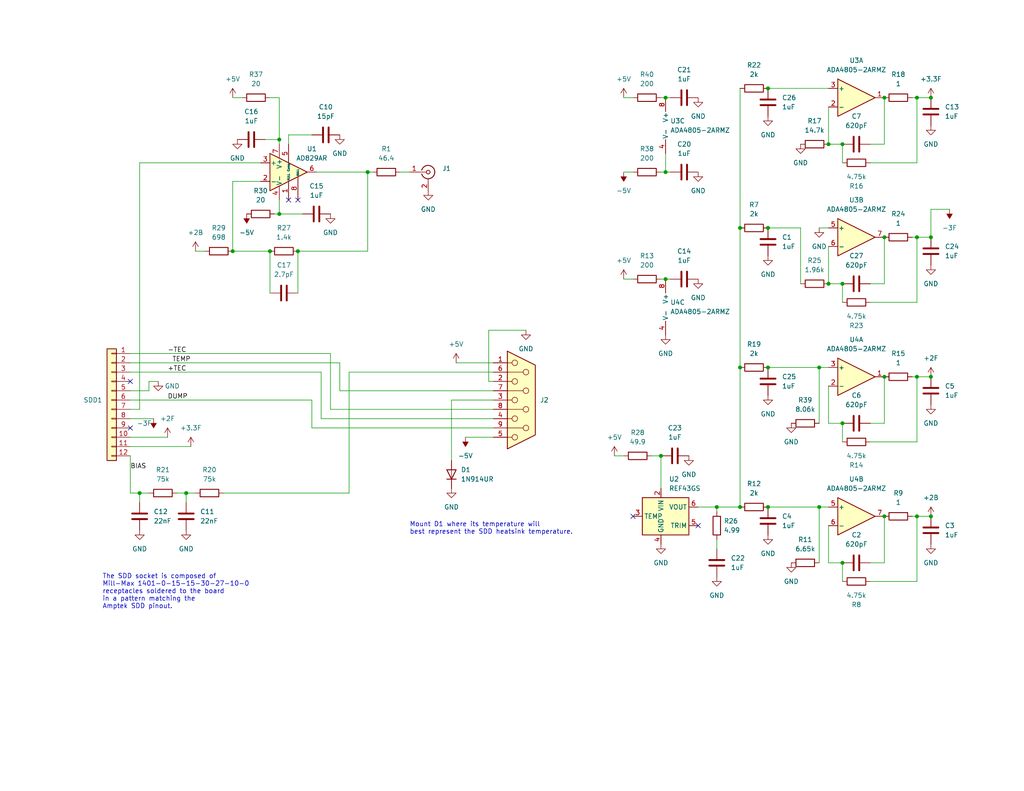
<source format=kicad_sch>
(kicad_sch (version 20230121) (generator eeschema)
  (paper "USLetter")
  (title_block (title "QuERI Focal Plane Module") (date "2024-02-08") (rev "0.1") (company "Noqsi Aerospace Ltd"))
  (lib_symbols
    (symbol "Connector:Conn_Coaxial" (pin_names (offset 1.016) hide)
      (property "Reference" "J" (at 0.254 3.048 0))
      (property "Value" "Conn_Coaxial" (at 2.921 0 90))
      (symbol "Conn_Coaxial_0_1"
        (arc (start -1.778 -0.508) (mid 0.2311 -1.8066) (end 1.778 0) (stroke (width 0.254)))
        (polyline (pts (xy -2.54 0) (xy -0.508 0)))
        (polyline (pts (xy 0 -2.54) (xy 0 -1.778)))
        (circle (center 0 0) (radius 0.508) (stroke (width 0.2032)))
        (arc (start 1.778 0) (mid 0.2099 1.8101) (end -1.778 0.508) (stroke (width 0.254)))
      )
      (symbol "Conn_Coaxial_1_1"
        (pin passive line (at -5.08 0 0) (length 2.54) (name "In") (number "1"))
        (pin passive line (at 0 -5.08 90) (length 2.54) (name "Ext") (number "2"))
      )
    )
    (symbol "Connector:DE9_Receptacle" (pin_names (offset 1.016) hide)
      (property "Reference" "J" (at 0 13.97 0))
      (property "Value" "DE9_Receptacle" (at 0 -14.605 0))
      (symbol "DE9_Receptacle_0_1"
        (circle (center -1.778 -10.16) (radius 0.762))
        (circle (center -1.778 -5.08) (radius 0.762))
        (circle (center -1.778 0) (radius 0.762))
        (circle (center -1.778 5.08) (radius 0.762))
        (circle (center -1.778 10.16) (radius 0.762))
        (polyline (pts (xy -3.81 -10.16) (xy -2.54 -10.16)))
        (polyline (pts (xy -3.81 -7.62) (xy 0.508 -7.62)))
        (polyline (pts (xy -3.81 -5.08) (xy -2.54 -5.08)))
        (polyline (pts (xy -3.81 -2.54) (xy 0.508 -2.54)))
        (polyline (pts (xy -3.81 0) (xy -2.54 0)))
        (polyline (pts (xy -3.81 2.54) (xy 0.508 2.54)))
        (polyline (pts (xy -3.81 5.08) (xy -2.54 5.08)))
        (polyline (pts (xy -3.81 7.62) (xy 0.508 7.62)))
        (polyline (pts (xy -3.81 10.16) (xy -2.54 10.16)))
        (polyline (pts (xy -3.81 13.335) (xy -3.81 -13.335) (xy 3.81 -9.525) (xy 3.81 9.525) (xy -3.81 13.335)) (stroke (width 0.254)) (fill (type background)))
        (circle (center 1.27 -7.62) (radius 0.762))
        (circle (center 1.27 -2.54) (radius 0.762))
        (circle (center 1.27 2.54) (radius 0.762))
        (circle (center 1.27 7.62) (radius 0.762))
      )
      (symbol "DE9_Receptacle_1_1"
        (pin passive line (at -7.62 10.16 0) (length 3.81) (name "1") (number "1"))
        (pin passive line (at -7.62 5.08 0) (length 3.81) (name "2") (number "2"))
        (pin passive line (at -7.62 0 0) (length 3.81) (name "3") (number "3"))
        (pin passive line (at -7.62 -5.08 0) (length 3.81) (name "4") (number "4"))
        (pin passive line (at -7.62 -10.16 0) (length 3.81) (name "5") (number "5"))
        (pin passive line (at -7.62 7.62 0) (length 3.81) (name "6") (number "6"))
        (pin passive line (at -7.62 2.54 0) (length 3.81) (name "7") (number "7"))
        (pin passive line (at -7.62 -2.54 0) (length 3.81) (name "8") (number "8"))
        (pin passive line (at -7.62 -7.62 0) (length 3.81) (name "9") (number "9"))
      )
    )
    (symbol "Connector_Generic:Conn_01x12" (pin_names (offset 1.016) hide)
      (property "Reference" "J" (at 0 15.24 0))
      (property "Value" "Conn_01x12" (at 0 -17.78 0))
      (symbol "Conn_01x12_1_1"
        (rectangle (start -1.27 -15.113) (end 0 -15.367) (stroke (width 0.1524)))
        (rectangle (start -1.27 -12.573) (end 0 -12.827) (stroke (width 0.1524)))
        (rectangle (start -1.27 -10.033) (end 0 -10.287) (stroke (width 0.1524)))
        (rectangle (start -1.27 -7.493) (end 0 -7.747) (stroke (width 0.1524)))
        (rectangle (start -1.27 -4.953) (end 0 -5.207) (stroke (width 0.1524)))
        (rectangle (start -1.27 -2.413) (end 0 -2.667) (stroke (width 0.1524)))
        (rectangle (start -1.27 0.127) (end 0 -0.127) (stroke (width 0.1524)))
        (rectangle (start -1.27 2.667) (end 0 2.413) (stroke (width 0.1524)))
        (rectangle (start -1.27 5.207) (end 0 4.953) (stroke (width 0.1524)))
        (rectangle (start -1.27 7.747) (end 0 7.493) (stroke (width 0.1524)))
        (rectangle (start -1.27 10.287) (end 0 10.033) (stroke (width 0.1524)))
        (rectangle (start -1.27 12.827) (end 0 12.573) (stroke (width 0.1524)))
        (rectangle (start -1.27 13.97) (end 1.27 -16.51) (stroke (width 0.254)) (fill (type background)))
        (pin passive line (at -5.08 12.7 0) (length 3.81) (name "Pin_1") (number "1"))
        (pin passive line (at -5.08 -10.16 0) (length 3.81) (name "Pin_10") (number "10"))
        (pin passive line (at -5.08 -12.7 0) (length 3.81) (name "Pin_11") (number "11"))
        (pin passive line (at -5.08 -15.24 0) (length 3.81) (name "Pin_12") (number "12"))
        (pin passive line (at -5.08 10.16 0) (length 3.81) (name "Pin_2") (number "2"))
        (pin passive line (at -5.08 7.62 0) (length 3.81) (name "Pin_3") (number "3"))
        (pin passive line (at -5.08 5.08 0) (length 3.81) (name "Pin_4") (number "4"))
        (pin passive line (at -5.08 2.54 0) (length 3.81) (name "Pin_5") (number "5"))
        (pin passive line (at -5.08 0 0) (length 3.81) (name "Pin_6") (number "6"))
        (pin passive line (at -5.08 -2.54 0) (length 3.81) (name "Pin_7") (number "7"))
        (pin passive line (at -5.08 -5.08 0) (length 3.81) (name "Pin_8") (number "8"))
        (pin passive line (at -5.08 -7.62 0) (length 3.81) (name "Pin_9") (number "9"))
      )
    )
    (symbol "QuERI_symbols:+2B" (power) (pin_names (offset 0))
      (property "Value" "+2B" (at 0 3.556 0))
      (symbol "+2B_0_1"
        (polyline (pts (xy -0.762 1.27) (xy 0 2.54)))
        (polyline (pts (xy 0 0) (xy 0 2.54)))
        (polyline (pts (xy 0 2.54) (xy 0.762 1.27)))
      )
      (symbol "+2B_1_1"
        (pin power_in line (at 0 0 90) (length 0) hide (name "+2B") (number "1"))
      )
    )
    (symbol "QuERI_symbols:+2F" (power) (pin_names (offset 0))
      (property "Value" "+2F" (at 0 3.556 0))
      (symbol "+2F_0_1"
        (polyline (pts (xy -0.762 1.27) (xy 0 2.54)))
        (polyline (pts (xy 0 0) (xy 0 2.54)))
        (polyline (pts (xy 0 2.54) (xy 0.762 1.27)))
      )
      (symbol "+2F_1_1"
        (pin power_in line (at 0 0 90) (length 0) hide (name "+2F") (number "1"))
      )
    )
    (symbol "QuERI_symbols:+3.3F" (power) (pin_names (offset 0))
      (property "Value" "+3.3F" (at 0 3.556 0))
      (symbol "+3.3F_0_1"
        (polyline (pts (xy -0.762 1.27) (xy 0 2.54)))
        (polyline (pts (xy 0 0) (xy 0 2.54)))
        (polyline (pts (xy 0 2.54) (xy 0.762 1.27)))
      )
      (symbol "+3.3F_1_1"
        (pin power_in line (at 0 0 90) (length 0) hide (name "+3.3F") (number "1"))
      )
    )
    (symbol "QuERI_symbols:-3F" (power) (pin_names (offset 0))
      (property "Value" "-3F" (at 0 3.81 0))
      (symbol "-3F_0_1"
        (polyline (pts (xy 0 0) (xy 0 1.27) (xy 0.762 1.27) (xy 0 2.54) (xy -0.762 1.27) (xy 0 1.27)) (fill (type outline)))
      )
      (symbol "-3F_1_0"
        (pin power_in line (at 0 0 90) (length 0) hide (name "-3F") (number "1"))
      )
    )
    (symbol "QuERI_symbols:1N914UR" (pin_numbers hide) (pin_names hide)
      (property "Reference" "D" (at 0 2.54 0))
      (property "Value" "1N914UR" (at 0 -2.54 0))
      (symbol "1N914UR_0_1"
        (polyline (pts (xy -1.27 1.27) (xy -1.27 -1.27)) (stroke (width 0.254)))
        (polyline (pts (xy 1.27 0) (xy -1.27 0)))
        (polyline (pts (xy 1.27 1.27) (xy 1.27 -1.27) (xy -1.27 0) (xy 1.27 1.27)) (stroke (width 0.254)))
      )
      (symbol "1N914UR_1_1"
        (pin passive line (at -3.81 0 0) (length 2.54) (name "K") (number "1"))
        (pin passive line (at 3.81 0 180) (length 2.54) (name "A") (number "2"))
      )
    )
    (symbol "QuERI_symbols:AD829AR" (pin_names (offset 0.127))
      (property "Reference" "U" (at 1.27 6.35 0))
      (property "Value" "AD829AR" (at 1.27 3.81 0))
      (symbol "AD829AR_0_1"
        (polyline (pts (xy -5.08 5.08) (xy 5.08 0) (xy -5.08 -5.08) (xy -5.08 5.08)) (stroke (width 0.254)) (fill (type background)))
      )
      (symbol "AD829AR_1_1"
        (pin input line (at 0 -7.62 90) (length 5.08) (name "NULL") (number "1"))
        (pin input line (at -7.62 -2.54 0) (length 2.54) (name "-") (number "2"))
        (pin input line (at -7.62 2.54 0) (length 2.54) (name "+") (number "3"))
        (pin power_in line (at -2.54 -7.62 90) (length 3.81) (name "V-") (number "4"))
        (pin passive line (at 0 7.62 270) (length 5.08) (name "Comp") (number "5"))
        (pin output line (at 7.62 0 180) (length 2.54) (name "~") (number "6"))
        (pin power_in line (at -2.54 7.62 270) (length 3.81) (name "V+") (number "7"))
        (pin input line (at 2.54 -7.62 90) (length 6.35) (name "NULL") (number "8"))
      )
    )
    (symbol "QuERI_symbols:ADA4805-2ARMZ" (pin_names (offset 0.127))
      (property "Reference" "U" (at 0 5.08 0))
      (property "Value" "ADA4805-2ARMZ" (at 0 -5.08 0))
      (symbol "ADA4805-2ARMZ_1_1"
        (polyline (pts (xy -5.08 5.08) (xy 5.08 0) (xy -5.08 -5.08) (xy -5.08 5.08)) (stroke (width 0.254)) (fill (type background)))
        (pin output line (at 7.62 0 180) (length 2.54) (name "~") (number "1"))
        (pin input line (at -7.62 -2.54 0) (length 2.54) (name "-") (number "2"))
        (pin input line (at -7.62 2.54 0) (length 2.54) (name "+") (number "3"))
      )
      (symbol "ADA4805-2ARMZ_2_1"
        (polyline (pts (xy -5.08 5.08) (xy 5.08 0) (xy -5.08 -5.08) (xy -5.08 5.08)) (stroke (width 0.254)) (fill (type background)))
        (pin input line (at -7.62 2.54 0) (length 2.54) (name "+") (number "5"))
        (pin input line (at -7.62 -2.54 0) (length 2.54) (name "-") (number "6"))
        (pin output line (at 7.62 0 180) (length 2.54) (name "~") (number "7"))
      )
      (symbol "ADA4805-2ARMZ_3_1"
        (pin power_in line (at -2.54 -7.62 90) (length 3.81) (name "V-") (number "4"))
        (pin power_in line (at -2.54 7.62 270) (length 3.81) (name "V+") (number "8"))
      )
    )
    (symbol "QuERI_symbols:C" (pin_numbers hide) (pin_names (offset 0.254))
      (property "Reference" "C" (at 0.635 2.54 0))
      (property "Value" "1uF" (at 0.635 -2.54 0))
      (symbol "C_0_1"
        (polyline (pts (xy -2.032 -0.762) (xy 2.032 -0.762)) (stroke (width 0.508)))
        (polyline (pts (xy -2.032 0.762) (xy 2.032 0.762)) (stroke (width 0.508)))
      )
      (symbol "C_1_1"
        (pin passive line (at 0 3.81 270) (length 2.794) (name "~") (number "1"))
        (pin passive line (at 0 -3.81 90) (length 2.794) (name "~") (number "2"))
      )
    )
    (symbol "QuERI_symbols:Chv" (pin_numbers hide) (pin_names (offset 0.254))
      (property "Reference" "C" (at 0.635 2.54 0))
      (property "Value" "22nF" (at 0.635 -2.54 0))
      (symbol "Chv_0_1"
        (polyline (pts (xy -2.032 -0.762) (xy 2.032 -0.762)) (stroke (width 0.508)))
        (polyline (pts (xy -2.032 0.762) (xy 2.032 0.762)) (stroke (width 0.508)))
      )
      (symbol "Chv_1_1"
        (pin passive line (at 0 3.81 270) (length 2.794) (name "~") (number "1"))
        (pin passive line (at 0 -3.81 90) (length 2.794) (name "~") (number "2"))
      )
    )
    (symbol "QuERI_symbols:Csmall" (pin_numbers hide) (pin_names (offset 0.254))
      (property "Reference" "C" (at 0.635 2.54 0))
      (property "Value" "Csmall" (at 0.635 -2.54 0))
      (symbol "Csmall_0_1"
        (polyline (pts (xy -2.032 -0.762) (xy 2.032 -0.762)) (stroke (width 0.508)))
        (polyline (pts (xy -2.032 0.762) (xy 2.032 0.762)) (stroke (width 0.508)))
      )
      (symbol "Csmall_1_1"
        (pin passive line (at 0 3.81 270) (length 2.794) (name "~") (number "1"))
        (pin passive line (at 0 -3.81 90) (length 2.794) (name "~") (number "2"))
      )
    )
    (symbol "QuERI_symbols:REF43GS"
      (property "Reference" "U" (at 1.905 8.255 0))
      (property "Value" "REF43GS" (at 0.635 6.35 0))
      (symbol "REF43GS_0_1"
        (rectangle (start -5.08 5.08) (end 7.62 -5.08) (stroke (width 0.254)) (fill (type background)))
      )
      (symbol "REF43GS_1_1"
        (pin no_connect line (at 2.54 -5.08 90) (length 2.54) hide (name "NC") (number "1"))
        (pin power_in line (at 0 7.62 270) (length 2.54) (name "VIN") (number "2"))
        (pin passive line (at -7.62 0 0) (length 2.54) (name "TEMP") (number "3"))
        (pin power_in line (at 0 -7.62 90) (length 2.54) (name "GND") (number "4"))
        (pin passive line (at 10.16 -2.54 180) (length 2.54) (name "TRIM") (number "5"))
        (pin power_out line (at 10.16 2.54 180) (length 2.54) (name "VOUT") (number "6"))
        (pin no_connect line (at -2.54 -5.08 90) (length 2.54) hide (name "NC") (number "7"))
        (pin no_connect line (at 7.62 0 180) (length 2.54) hide (name "NC") (number "8"))
      )
    )
    (symbol "QuERI_symbols:Rlowp" (pin_numbers hide) (pin_names (offset 0))
      (property "Reference" "R" (at 2.032 0 90))
      (property "Value" "Rlowp" (at 0 0 90))
      (symbol "Rlowp_0_1"
        (rectangle (start -1.016 -2.54) (end 1.016 2.54) (stroke (width 0.254)))
      )
      (symbol "Rlowp_1_1"
        (pin passive line (at 0 3.81 270) (length 1.27) (name "~") (number "1"))
        (pin passive line (at 0 -3.81 90) (length 1.27) (name "~") (number "2"))
      )
    )
    (symbol "power:+5V" (power) (pin_names (offset 0))
      (property "Value" "+5V" (at 0 3.556 0))
      (symbol "+5V_0_1"
        (polyline (pts (xy -0.762 1.27) (xy 0 2.54)))
        (polyline (pts (xy 0 0) (xy 0 2.54)))
        (polyline (pts (xy 0 2.54) (xy 0.762 1.27)))
      )
      (symbol "+5V_1_1"
        (pin power_in line (at 0 0 90) (length 0) hide (name "+5V") (number "1"))
      )
    )
    (symbol "power:-5V" (power) (pin_names (offset 0))
      (property "Value" "-5V" (at 0 3.81 0))
      (symbol "-5V_0_0"
        (pin power_in line (at 0 0 90) (length 0) hide (name "-5V") (number "1"))
      )
      (symbol "-5V_0_1"
        (polyline (pts (xy 0 0) (xy 0 1.27) (xy 0.762 1.27) (xy 0 2.54) (xy -0.762 1.27) (xy 0 1.27)) (fill (type outline)))
      )
    )
    (symbol "power:GND" (power) (pin_names (offset 0))
      (property "Value" "GND" (at 0 -3.81 0))
      (symbol "GND_0_1"
        (polyline (pts (xy 0 0) (xy 0 -1.27) (xy 1.27 -1.27) (xy 0 -2.54) (xy -1.27 -1.27) (xy 0 -1.27)))
      )
      (symbol "GND_1_1"
        (pin power_in line (at 0 0 270) (length 0) hide (name "GND") (number "1"))
      )
    )
  )
  (junction (at 50.8 134.62))
  (junction (at 223.52 100.33))
  (junction (at 223.52 138.43))
  (junction (at 209.55 100.33))
  (junction (at 250.19 26.67))
  (junction (at 254 102.87))
  (junction (at 100.33 46.99))
  (junction (at 229.87 153.67))
  (junction (at 241.3 140.97))
  (junction (at 209.55 138.43))
  (junction (at 241.3 64.77))
  (junction (at 254 64.77))
  (junction (at 241.3 26.67))
  (junction (at 73.66 68.58))
  (junction (at 76.2 58.42))
  (junction (at 226.06 39.37))
  (junction (at 195.58 138.43))
  (junction (at 38.1 134.62))
  (junction (at 229.87 115.57))
  (junction (at 250.19 102.87))
  (junction (at 250.19 140.97))
  (junction (at 254 140.97))
  (junction (at 226.06 77.47))
  (junction (at 180.34 124.46))
  (junction (at 254 26.67))
  (junction (at 81.28 68.58))
  (junction (at 181.61 46.99))
  (junction (at 229.87 39.37))
  (junction (at 201.93 62.23))
  (junction (at 250.19 64.77))
  (junction (at 181.61 26.67))
  (junction (at 229.87 77.47))
  (junction (at 76.2 38.1))
  (junction (at 209.55 24.13))
  (junction (at 241.3 102.87))
  (junction (at 63.5 68.58))
  (junction (at 201.93 100.33))
  (junction (at 181.61 76.2))
  (junction (at 209.55 62.23))
  (junction (at 201.93 138.43))
  (no_connect (at 35.56 116.84))
  (no_connect (at 172.72 140.97))
  (no_connect (at 190.5 143.51))
  (no_connect (at 78.74 54.61))
  (no_connect (at 35.56 104.14))
  (no_connect (at 81.28 54.61))
  (wire (pts (xy 180.34 124.46) (xy 180.34 133.35)))
  (wire (pts (xy 81.28 68.58) (xy 100.33 68.58)))
  (wire (pts (xy 250.19 140.97) (xy 250.19 158.75)))
  (wire (pts (xy 241.3 26.67) (xy 241.3 39.37)))
  (wire (pts (xy 226.06 77.47) (xy 229.87 77.47)))
  (wire (pts (xy 254 64.77) (xy 250.19 64.77)))
  (wire (pts (xy 181.61 41.91) (xy 181.61 46.99)))
  (wire (pts (xy 241.3 115.57) (xy 237.49 115.57)))
  (wire (pts (xy 241.3 39.37) (xy 237.49 39.37)))
  (wire (pts (xy 53.34 68.58) (xy 55.88 68.58)))
  (wire (pts (xy 134.62 104.14) (xy 133.35 104.14)))
  (wire (pts (xy 241.3 140.97) (xy 241.3 153.67)))
  (wire (pts (xy 63.5 26.67) (xy 66.04 26.67)))
  (wire (pts (xy 254 102.87) (xy 250.19 102.87)))
  (wire (pts (xy 229.87 39.37) (xy 229.87 44.45)))
  (wire (pts (xy 223.52 100.33) (xy 226.06 100.33)))
  (wire (pts (xy 133.35 104.14) (xy 133.35 90.17)))
  (wire (pts (xy 35.56 134.62) (xy 38.1 134.62)))
  (wire (pts (xy 226.06 105.41) (xy 226.06 115.57)))
  (wire (pts (xy 226.06 153.67) (xy 229.87 153.67)))
  (wire (pts (xy 250.19 158.75) (xy 237.49 158.75)))
  (wire (pts (xy 223.52 138.43) (xy 226.06 138.43)))
  (wire (pts (xy 134.62 116.84) (xy 85.09 116.84)))
  (wire (pts (xy 181.61 46.99) (xy 182.88 46.99)))
  (wire (pts (xy 223.52 62.23) (xy 226.06 62.23)))
  (wire (pts (xy 250.19 44.45) (xy 237.49 44.45)))
  (wire (pts (xy 195.58 138.43) (xy 201.93 138.43)))
  (wire (pts (xy 170.18 26.67) (xy 172.72 26.67)))
  (wire (pts (xy 223.52 153.67) (xy 223.52 138.43)))
  (wire (pts (xy 226.06 115.57) (xy 229.87 115.57)))
  (wire (pts (xy 134.62 114.3) (xy 87.63 114.3)))
  (wire (pts (xy 248.92 140.97) (xy 250.19 140.97)))
  (wire (pts (xy 127 119.38) (xy 134.62 119.38)))
  (wire (pts (xy 250.19 102.87) (xy 248.92 102.87)))
  (wire (pts (xy 87.63 101.6) (xy 35.56 101.6)))
  (wire (pts (xy 226.06 29.21) (xy 226.06 39.37)))
  (wire (pts (xy 73.66 26.67) (xy 76.2 26.67)))
  (wire (pts (xy 38.1 134.62) (xy 38.1 137.16)))
  (wire (pts (xy 241.3 153.67) (xy 237.49 153.67)))
  (wire (pts (xy 182.88 76.2) (xy 181.61 76.2)))
  (wire (pts (xy 76.2 38.1) (xy 76.2 39.37)))
  (wire (pts (xy 78.74 36.83) (xy 85.09 36.83)))
  (wire (pts (xy 90.17 111.76) (xy 90.17 96.52)))
  (wire (pts (xy 63.5 49.53) (xy 63.5 68.58)))
  (wire (pts (xy 209.55 24.13) (xy 226.06 24.13)))
  (wire (pts (xy 241.3 102.87) (xy 241.3 115.57)))
  (wire (pts (xy 201.93 100.33) (xy 201.93 138.43)))
  (wire (pts (xy 250.19 26.67) (xy 248.92 26.67)))
  (wire (pts (xy 180.34 26.67) (xy 181.61 26.67)))
  (wire (pts (xy 250.19 102.87) (xy 250.19 120.65)))
  (wire (pts (xy 134.62 101.6) (xy 95.25 101.6)))
  (wire (pts (xy 180.34 76.2) (xy 181.61 76.2)))
  (wire (pts (xy 109.22 46.99) (xy 111.76 46.99)))
  (wire (pts (xy 50.8 134.62) (xy 50.8 137.16)))
  (wire (pts (xy 241.3 64.77) (xy 241.3 77.47)))
  (wire (pts (xy 100.33 46.99) (xy 101.6 46.99)))
  (wire (pts (xy 170.18 76.2) (xy 172.72 76.2)))
  (wire (pts (xy 63.5 68.58) (xy 73.66 68.58)))
  (wire (pts (xy 226.06 67.31) (xy 226.06 77.47)))
  (wire (pts (xy 250.19 120.65) (xy 237.49 120.65)))
  (wire (pts (xy 241.3 77.47) (xy 237.49 77.47)))
  (wire (pts (xy 250.19 64.77) (xy 250.19 82.55)))
  (wire (pts (xy 170.18 46.99) (xy 172.72 46.99)))
  (wire (pts (xy 124.46 99.06) (xy 134.62 99.06)))
  (wire (pts (xy 92.71 99.06) (xy 35.56 99.06)))
  (wire (pts (xy 78.74 39.37) (xy 78.74 36.83)))
  (wire (pts (xy 209.55 100.33) (xy 223.52 100.33)))
  (wire (pts (xy 250.19 82.55) (xy 237.49 82.55)))
  (wire (pts (xy 259.08 57.15) (xy 254 57.15)))
  (wire (pts (xy 40.64 104.14) (xy 43.18 104.14)))
  (wire (pts (xy 167.64 124.46) (xy 170.18 124.46)))
  (wire (pts (xy 35.56 124.46) (xy 35.56 134.62)))
  (wire (pts (xy 195.58 147.32) (xy 195.58 149.86)))
  (wire (pts (xy 76.2 54.61) (xy 76.2 58.42)))
  (wire (pts (xy 229.87 77.47) (xy 229.87 82.55)))
  (wire (pts (xy 35.56 121.92) (xy 52.07 121.92)))
  (wire (pts (xy 133.35 90.17) (xy 143.51 90.17)))
  (wire (pts (xy 182.88 26.67) (xy 181.61 26.67)))
  (wire (pts (xy 72.39 38.1) (xy 76.2 38.1)))
  (wire (pts (xy 123.19 125.73) (xy 123.19 109.22)))
  (wire (pts (xy 53.34 134.62) (xy 50.8 134.62)))
  (wire (pts (xy 85.09 109.22) (xy 35.56 109.22)))
  (wire (pts (xy 177.8 124.46) (xy 180.34 124.46)))
  (wire (pts (xy 226.06 143.51) (xy 226.06 153.67)))
  (wire (pts (xy 48.26 134.62) (xy 50.8 134.62)))
  (wire (pts (xy 76.2 26.67) (xy 76.2 38.1)))
  (wire (pts (xy 254 26.67) (xy 250.19 26.67)))
  (wire (pts (xy 201.93 62.23) (xy 201.93 100.33)))
  (wire (pts (xy 223.52 100.33) (xy 223.52 115.57)))
  (wire (pts (xy 229.87 153.67) (xy 229.87 158.75)))
  (wire (pts (xy 38.1 111.76) (xy 38.1 44.45)))
  (wire (pts (xy 218.44 77.47) (xy 218.44 62.23)))
  (wire (pts (xy 201.93 24.13) (xy 201.93 62.23)))
  (wire (pts (xy 40.64 134.62) (xy 38.1 134.62)))
  (wire (pts (xy 85.09 116.84) (xy 85.09 109.22)))
  (wire (pts (xy 73.66 80.01) (xy 73.66 68.58)))
  (wire (pts (xy 123.19 109.22) (xy 134.62 109.22)))
  (wire (pts (xy 87.63 114.3) (xy 87.63 101.6)))
  (wire (pts (xy 195.58 138.43) (xy 195.58 139.7)))
  (wire (pts (xy 209.55 138.43) (xy 223.52 138.43)))
  (wire (pts (xy 76.2 58.42) (xy 82.55 58.42)))
  (wire (pts (xy 35.56 119.38) (xy 45.72 119.38)))
  (wire (pts (xy 134.62 111.76) (xy 90.17 111.76)))
  (wire (pts (xy 86.36 46.99) (xy 100.33 46.99)))
  (wire (pts (xy 190.5 138.43) (xy 195.58 138.43)))
  (wire (pts (xy 254 140.97) (xy 250.19 140.97)))
  (wire (pts (xy 134.62 106.68) (xy 92.71 106.68)))
  (wire (pts (xy 38.1 44.45) (xy 71.12 44.45)))
  (wire (pts (xy 229.87 115.57) (xy 229.87 120.65)))
  (wire (pts (xy 95.25 101.6) (xy 95.25 134.62)))
  (wire (pts (xy 92.71 106.68) (xy 92.71 99.06)))
  (wire (pts (xy 95.25 134.62) (xy 60.96 134.62)))
  (wire (pts (xy 248.92 64.77) (xy 250.19 64.77)))
  (wire (pts (xy 226.06 39.37) (xy 229.87 39.37)))
  (wire (pts (xy 100.33 68.58) (xy 100.33 46.99)))
  (wire (pts (xy 218.44 62.23) (xy 209.55 62.23)))
  (wire (pts (xy 76.2 58.42) (xy 74.93 58.42)))
  (wire (pts (xy 35.56 111.76) (xy 38.1 111.76)))
  (wire (pts (xy 81.28 68.58) (xy 81.28 80.01)))
  (wire (pts (xy 40.64 106.68) (xy 40.64 104.14)))
  (wire (pts (xy 35.56 114.3) (xy 41.91 114.3)))
  (wire (pts (xy 180.34 46.99) (xy 181.61 46.99)))
  (wire (pts (xy 35.56 106.68) (xy 40.64 106.68)))
  (wire (pts (xy 250.19 26.67) (xy 250.19 44.45)))
  (wire (pts (xy 90.17 96.52) (xy 35.56 96.52)))
  (wire (pts (xy 254 57.15) (xy 254 64.77)))
  (wire (pts (xy 71.12 49.53) (xy 63.5 49.53)))
  (text "The SDD socket is composed of\nMill-Max 1401-0-15-15-30-27-10-0\nreceptacles soldered to the board\nin a pattern matching the\nAmptek SDD pinout." (at 27.94 166.37 0) (effects (font (size 1.27 1.27)) (justify left bottom)))
  (text "Mount D1 where its temperature will\nbest represent the SDD heatsink temperature." (at 111.76 146.05 0) (effects (font (size 1.27 1.27)) (justify left bottom)))
  (label "-TEC" (at 45.72 96.52 0))
  (label "TEMP" (at 46.99 99.06 0))
  (label "BIAS" (at 35.56 128.27 0))
  (label "DUMP" (at 45.72 109.22 0))
  (label "+TEC" (at 45.72 101.6 0))
  (symbol (lib_id "QuERI_symbols:Rlowp") (at 176.53 46.99 90) (unit 1)
    (property "Reference" "R38" (at 176.53 40.64 90))
    (property "Value" "200" (at 176.53 43.18 90))
    (property "Footprint" "Resistor_SMD:R_0603_1608Metric" (effects hide))
    (property "Spec" "1% 1/10W" (effects hide))
  )
  (symbol (lib_id "power:GND") (at 223.52 62.23 0) (unit 1)
    (property "Reference" "#PWR016" (effects hide))
    (property "Value" "GND" (at 223.52 67.31 0))
  )
  (symbol (lib_id "power:GND") (at 190.5 46.99 0) (unit 1)
    (property "Reference" "#PWR07" (effects hide))
    (property "Value" "GND" (at 190.5 52.07 0))
  )
  (symbol (lib_id "QuERI_symbols:Chv") (at 38.1 140.97 0) (unit 1)
    (property "Reference" "C12" (at 41.91 139.7 0) (effects (justify left)))
    (property "Value" "22nF" (at 41.91 142.24 0) (effects (justify left)))
    (property "Footprint" "Capacitor_SMD:C_1210_3225Metric" (effects hide))
    (property "Spec" "500WVDC" (effects hide))
  )
  (symbol (lib_id "QuERI_symbols:Rlowp") (at 245.11 102.87 90) (unit 1)
    (property "Reference" "R15" (at 245.11 96.52 90))
    (property "Value" "1" (at 245.11 99.06 90))
    (property "Footprint" "Resistor_SMD:R_0603_1608Metric" (effects hide))
    (property "Spec" "1% 1/10W" (effects hide))
  )
  (symbol (lib_id "QuERI_symbols:Rlowp") (at 176.53 26.67 90) (unit 1)
    (property "Reference" "R40" (at 176.53 20.32 90))
    (property "Value" "200" (at 176.53 22.86 90))
    (property "Footprint" "Resistor_SMD:R_0603_1608Metric" (effects hide))
    (property "Spec" "1% 1/10W" (effects hide))
  )
  (symbol (lib_id "QuERI_symbols:1N914UR") (at 123.19 129.54 90) (unit 1)
    (property "Reference" "D1" (at 125.73 128.27 90) (effects (justify right)))
    (property "Value" "1N914UR" (at 125.73 130.81 90) (effects (justify right)))
    (property "Footprint" "Diode_SMD:D_MiniMELF" (effects hide))
    (property "Sim.Device" "D" (effects hide))
    (property "Sim.Pins" "1=K 2=A" (effects hide))
  )
  (symbol (lib_id "power:GND") (at 43.18 104.14 0) (unit 1)
    (property "Reference" "#PWR034" (effects hide))
    (property "Value" "GND" (at 46.99 105.41 0))
  )
  (symbol (lib_id "QuERI_symbols:C") (at 209.55 142.24 0) (unit 1)
    (property "Reference" "C4" (at 213.36 140.97 0) (effects (justify left)))
    (property "Value" "1uF" (at 213.36 143.51 0) (effects (justify left)))
    (property "Footprint" "Capacitor_SMD:C_0805_2012Metric" (effects hide))
    (property "Spec" "16WVDC X7R" (effects hide))
  )
  (symbol (lib_id "power:+5V") (at 170.18 26.67 0) (unit 1)
    (property "Reference" "#PWR04" (effects hide))
    (property "Value" "+5V" (at 170.18 21.59 0))
  )
  (symbol (lib_id "QuERI_symbols:Rlowp") (at 219.71 153.67 90) (unit 1)
    (property "Reference" "R11" (at 219.71 147.32 90))
    (property "Value" "6.65k" (at 219.71 149.86 90))
    (property "Footprint" "Resistor_SMD:R_0603_1608Metric" (effects hide))
    (property "Spec" "1% 1/10W" (effects hide))
  )
  (symbol (lib_id "QuERI_symbols:C") (at 209.55 27.94 0) (unit 1)
    (property "Reference" "C26" (at 213.36 26.67 0) (effects (justify left)))
    (property "Value" "1uF" (at 213.36 29.21 0) (effects (justify left)))
    (property "Footprint" "Capacitor_SMD:C_0805_2012Metric" (effects hide))
    (property "Spec" "16WVDC X7R" (effects hide))
  )
  (symbol (lib_id "QuERI_symbols:C") (at 184.15 124.46 90) (unit 1)
    (property "Reference" "C23" (at 184.15 116.84 90))
    (property "Value" "1uF" (at 184.15 119.38 90))
    (property "Footprint" "Capacitor_SMD:C_0805_2012Metric" (effects hide))
    (property "Spec" "16WVDC X7R" (effects hide))
  )
  (symbol (lib_id "power:+5V") (at 124.46 99.06 0) (unit 1)
    (property "Reference" "#PWR024" (effects hide))
    (property "Value" "+5V" (at 124.46 93.98 0))
  )
  (symbol (lib_id "power:-5V") (at 127 119.38 0) (mirror x) (unit 1)
    (property "Reference" "#PWR026" (effects hide))
    (property "Value" "-5V" (at 127 124.46 0))
  )
  (symbol (lib_id "QuERI_symbols:Csmall") (at 77.47 80.01 90) (unit 1)
    (property "Reference" "C17" (at 77.47 72.39 90))
    (property "Value" "2.7pF" (at 77.47 74.93 90))
    (property "Footprint" "Capacitor_SMD:C_0603_1608Metric" (effects hide))
    (property "Spec" "50WVDC C0G" (effects hide))
  )
  (symbol (lib_id "power:GND") (at 209.55 146.05 0) (unit 1)
    (property "Reference" "#PWR019" (effects hide))
    (property "Value" "GND" (at 209.55 151.13 0))
  )
  (symbol (lib_id "power:GND") (at 181.61 91.44 0) (unit 1)
    (property "Reference" "#PWR01" (effects hide))
    (property "Value" "GND" (at 181.61 96.52 0))
  )
  (symbol (lib_id "QuERI_symbols:C") (at 186.69 76.2 90) (unit 1)
    (property "Reference" "C14" (at 186.69 68.58 90))
    (property "Value" "1uF" (at 186.69 71.12 90))
    (property "Footprint" "Capacitor_SMD:C_0805_2012Metric" (effects hide))
    (property "Spec" "16WVDC X7R" (effects hide))
  )
  (symbol (lib_id "QuERI_symbols:Rlowp") (at 205.74 100.33 90) (unit 1)
    (property "Reference" "R19" (at 205.74 93.98 90))
    (property "Value" "2k" (at 205.74 96.52 90))
    (property "Footprint" "Resistor_SMD:R_0603_1608Metric" (effects hide))
    (property "Spec" "1% 1/10W" (effects hide))
  )
  (symbol (lib_id "QuERI_symbols:Rlowp") (at 205.74 138.43 90) (unit 1)
    (property "Reference" "R12" (at 205.74 132.08 90))
    (property "Value" "2k" (at 205.74 134.62 90))
    (property "Footprint" "Resistor_SMD:R_0603_1608Metric" (effects hide))
    (property "Spec" "1% 1/10W" (effects hide))
  )
  (symbol (lib_id "QuERI_symbols:Rlowp") (at 219.71 115.57 90) (unit 1)
    (property "Reference" "R39" (at 219.71 109.22 90))
    (property "Value" "8.06k" (at 219.71 111.76 90))
    (property "Footprint" "Resistor_SMD:R_0603_1608Metric" (effects hide))
    (property "Spec" "1% 1/10W" (effects hide))
  )
  (symbol (lib_id "power:GND") (at 254 110.49 0) (unit 1)
    (property "Reference" "#PWR022" (effects hide))
    (property "Value" "GND" (at 254 115.57 0))
  )
  (symbol (lib_id "QuERI_symbols:-3F") (at 41.91 114.3 0) (mirror x) (unit 1)
    (property "Reference" "#PWR031" (effects hide))
    (property "Value" "-3F" (at 39.37 115.57 0))
  )
  (symbol (lib_id "QuERI_symbols:Csmall") (at 233.68 115.57 90) (unit 1)
    (property "Reference" "C6" (at 233.68 107.95 90))
    (property "Value" "620pF" (at 233.68 110.49 90))
    (property "Footprint" "Capacitor_SMD:C_0603_1608Metric" (effects hide))
    (property "Spec" "50WVDC C0G" (effects hide))
  )
  (symbol (lib_id "power:GND") (at 90.17 58.42 0) (unit 1)
    (property "Reference" "#PWR038" (effects hide))
    (property "Value" "GND" (at 90.17 63.5 0))
  )
  (symbol (lib_id "power:+5V") (at 63.5 26.67 0) (unit 1)
    (property "Reference" "#PWR037" (effects hide))
    (property "Value" "+5V" (at 63.5 21.59 0))
  )
  (symbol (lib_id "QuERI_symbols:Rlowp") (at 44.45 134.62 90) (unit 1)
    (property "Reference" "R21" (at 44.45 128.27 90))
    (property "Value" "75k" (at 44.45 130.81 90))
    (property "Footprint" "Resistor_SMD:R_0603_1608Metric" (effects hide))
    (property "Spec" "1% 1/10W" (effects hide))
  )
  (symbol (lib_id "QuERI_symbols:Chv") (at 50.8 140.97 0) (unit 1)
    (property "Reference" "C11" (at 54.61 139.7 0) (effects (justify left)))
    (property "Value" "22nF" (at 54.61 142.24 0) (effects (justify left)))
    (property "Footprint" "Capacitor_SMD:C_1210_3225Metric" (effects hide))
    (property "Spec" "500WVDC" (effects hide))
  )
  (symbol (lib_id "QuERI_symbols:Csmall") (at 233.68 77.47 90) (unit 1)
    (property "Reference" "C27" (at 233.68 69.85 90))
    (property "Value" "620pF" (at 233.68 72.39 90))
    (property "Footprint" "Capacitor_SMD:C_0603_1608Metric" (effects hide))
    (property "Spec" "50WVDC C0G" (effects hide))
  )
  (symbol (lib_id "power:-5V") (at 170.18 46.99 0) (mirror x) (unit 1)
    (property "Reference" "#PWR05" (effects hide))
    (property "Value" "-5V" (at 170.18 52.07 0))
  )
  (symbol (lib_id "QuERI_symbols:C") (at 86.36 58.42 90) (unit 1)
    (property "Reference" "C15" (at 86.36 50.8 90))
    (property "Value" "1uF" (at 86.36 53.34 90))
    (property "Footprint" "Capacitor_SMD:C_0805_2012Metric" (effects hide))
    (property "Spec" "16WVDC X7R" (effects hide))
  )
  (symbol (lib_id "power:GND") (at 92.71 36.83 0) (unit 1)
    (property "Reference" "#PWR035" (effects hide))
    (property "Value" "GND" (at 92.71 41.91 0))
  )
  (symbol (lib_id "power:-5V") (at 67.31 58.42 0) (mirror x) (unit 1)
    (property "Reference" "#PWR039" (effects hide))
    (property "Value" "-5V" (at 67.31 63.5 0))
  )
  (symbol (lib_id "power:GND") (at 143.51 90.17 0) (unit 1)
    (property "Reference" "#PWR025" (effects hide))
    (property "Value" "GND" (at 143.51 95.25 0))
  )
  (symbol (lib_id "power:GND") (at 187.96 124.46 0) (unit 1)
    (property "Reference" "#PWR09" (effects hide))
    (property "Value" "GND" (at 187.96 129.54 0))
  )
  (symbol (lib_id "power:GND") (at 123.19 133.35 0) (unit 1)
    (property "Reference" "#PWR029" (effects hide))
    (property "Value" "GND" (at 123.19 138.43 0))
  )
  (symbol (lib_id "power:GND") (at 195.58 157.48 0) (unit 1)
    (property "Reference" "#PWR011" (effects hide))
    (property "Value" "GND" (at 195.58 162.56 0))
  )
  (symbol (lib_id "power:GND") (at 218.44 39.37 0) (unit 1)
    (property "Reference" "#PWR013" (effects hide))
    (property "Value" "GND" (at 218.44 44.45 0))
  )
  (symbol (lib_id "power:GND") (at 209.55 107.95 0) (unit 1)
    (property "Reference" "#PWR018" (effects hide))
    (property "Value" "GND" (at 209.55 113.03 0))
  )
  (symbol (lib_id "QuERI_symbols:Rlowp") (at 195.58 143.51 0) (unit 1)
    (property "Reference" "R26" (at 197.485 142.24 0) (effects (justify left)))
    (property "Value" "4.99" (at 197.485 144.78 0) (effects (justify left)))
    (property "Footprint" "Resistor_SMD:R_0603_1608Metric" (effects hide))
    (property "Spec" "1% 1/10W" (effects hide))
  )
  (symbol (lib_id "QuERI_symbols:Rlowp") (at 233.68 158.75 90) (mirror x) (unit 1)
    (property "Reference" "R8" (at 233.68 165.1 90))
    (property "Value" "4.75k" (at 233.68 162.56 90))
    (property "Footprint" "Resistor_SMD:R_0603_1608Metric" (effects hide))
    (property "Spec" "1% 1/10W" (effects hide))
  )
  (symbol (lib_id "QuERI_symbols:Rlowp") (at 59.69 68.58 90) (unit 1)
    (property "Reference" "R29" (at 59.69 62.23 90))
    (property "Value" "698" (at 59.69 64.77 90))
    (property "Footprint" "Resistor_SMD:R_0603_1608Metric" (effects hide))
    (property "Spec" "1% 1/10W" (effects hide))
  )
  (symbol (lib_id "power:GND") (at 190.5 76.2 0) (unit 1)
    (property "Reference" "#PWR02" (effects hide))
    (property "Value" "GND" (at 190.5 81.28 0))
  )
  (symbol (lib_id "QuERI_symbols:C") (at 254 30.48 0) (unit 1)
    (property "Reference" "C13" (at 257.81 29.21 0) (effects (justify left)))
    (property "Value" "1uF" (at 257.81 31.75 0) (effects (justify left)))
    (property "Footprint" "Capacitor_SMD:C_0805_2012Metric" (effects hide))
    (property "Spec" "16WVDC X7R" (effects hide))
  )
  (symbol (lib_id "QuERI_symbols:C") (at 254 68.58 0) (unit 1)
    (property "Reference" "C24" (at 257.81 67.31 0) (effects (justify left)))
    (property "Value" "1uF" (at 257.81 69.85 0) (effects (justify left)))
    (property "Footprint" "Capacitor_SMD:C_0805_2012Metric" (effects hide))
    (property "Spec" "16WVDC X7R" (effects hide))
  )
  (symbol (lib_id "QuERI_symbols:Rlowp") (at 57.15 134.62 90) (unit 1)
    (property "Reference" "R20" (at 57.15 128.27 90))
    (property "Value" "75k" (at 57.15 130.81 90))
    (property "Footprint" "Resistor_SMD:R_0603_1608Metric" (effects hide))
    (property "Spec" "1% 1/10W" (effects hide))
  )
  (symbol (lib_id "QuERI_symbols:Rlowp") (at 245.11 64.77 90) (unit 1)
    (property "Reference" "R24" (at 245.11 58.42 90))
    (property "Value" "1" (at 245.11 60.96 90))
    (property "Footprint" "Resistor_SMD:R_0603_1608Metric" (effects hide))
    (property "Spec" "1% 1/10W" (effects hide))
  )
  (symbol (lib_id "QuERI_symbols:Rlowp") (at 176.53 76.2 90) (unit 1)
    (property "Reference" "R13" (at 176.53 69.85 90))
    (property "Value" "200" (at 176.53 72.39 90))
    (property "Footprint" "Resistor_SMD:R_0603_1608Metric" (effects hide))
    (property "Spec" "1% 1/10W" (effects hide))
  )
  (symbol (lib_id "QuERI_symbols:Rlowp") (at 173.99 124.46 90) (unit 1)
    (property "Reference" "R28" (at 173.99 118.11 90))
    (property "Value" "49.9" (at 173.99 120.65 90))
    (property "Footprint" "Resistor_SMD:R_0603_1608Metric" (effects hide))
    (property "Spec" "1% 1/10W" (effects hide))
  )
  (symbol (lib_id "power:GND") (at 254 34.29 0) (unit 1)
    (property "Reference" "#PWR014" (effects hide))
    (property "Value" "GND" (at 254 39.37 0))
  )
  (symbol (lib_id "QuERI_symbols:C") (at 209.55 104.14 0) (unit 1)
    (property "Reference" "C25" (at 213.36 102.87 0) (effects (justify left)))
    (property "Value" "1uF" (at 213.36 105.41 0) (effects (justify left)))
    (property "Footprint" "Capacitor_SMD:C_0805_2012Metric" (effects hide))
    (property "Spec" "16WVDC X7R" (effects hide))
  )
  (symbol (lib_id "QuERI_symbols:Rlowp") (at 205.74 24.13 90) (unit 1)
    (property "Reference" "R22" (at 205.74 17.78 90))
    (property "Value" "2k" (at 205.74 20.32 90))
    (property "Footprint" "Resistor_SMD:R_0603_1608Metric" (effects hide))
    (property "Spec" "1% 1/10W" (effects hide))
  )
  (symbol (lib_id "power:GND") (at 180.34 148.59 0) (unit 1)
    (property "Reference" "#PWR010" (effects hide))
    (property "Value" "GND" (at 180.34 153.67 0))
  )
  (symbol (lib_id "QuERI_symbols:Rlowp") (at 222.25 39.37 90) (unit 1)
    (property "Reference" "R17" (at 222.25 33.02 90))
    (property "Value" "14.7k" (at 222.25 35.56 90))
    (property "Footprint" "Resistor_SMD:R_0603_1608Metric" (effects hide))
    (property "Spec" "1% 1/10W" (effects hide))
  )
  (symbol (lib_id "QuERI_symbols:C") (at 186.69 46.99 90) (unit 1)
    (property "Reference" "C20" (at 186.69 39.37 90))
    (property "Value" "1uF" (at 186.69 41.91 90))
    (property "Footprint" "Capacitor_SMD:C_0805_2012Metric" (effects hide))
    (property "Spec" "16WVDC X7R" (effects hide))
  )
  (symbol (lib_id "power:GND") (at 254 72.39 0) (unit 1)
    (property "Reference" "#PWR017" (effects hide))
    (property "Value" "GND" (at 254 77.47 0))
  )
  (symbol (lib_id "QuERI_symbols:+3.3F") (at 254 26.67 0) (unit 1)
    (property "Reference" "#PWR030" (effects hide))
    (property "Value" "+3.3F" (at 254 21.59 0))
  )
  (symbol (lib_id "power:GND") (at 64.77 38.1 0) (unit 1)
    (property "Reference" "#PWR036" (effects hide))
    (property "Value" "GND" (at 64.77 43.18 0))
  )
  (symbol (lib_id "QuERI_symbols:+2F") (at 45.72 119.38 0) (unit 1)
    (property "Reference" "#PWR032" (effects hide))
    (property "Value" "+2F" (at 45.72 114.3 0))
  )
  (symbol (lib_id "QuERI_symbols:Rlowp") (at 205.74 62.23 90) (unit 1)
    (property "Reference" "R7" (at 205.74 55.88 90))
    (property "Value" "2k" (at 205.74 58.42 90))
    (property "Footprint" "Resistor_SMD:R_0603_1608Metric" (effects hide))
    (property "Spec" "1% 1/10W" (effects hide))
  )
  (symbol (lib_id "QuERI_symbols:ADA4805-2ARMZ") (at 233.68 64.77 0) (unit 2)
    (property "Reference" "U3" (at 233.68 54.61 0))
    (property "Value" "ADA4805-2ARMZ" (at 233.68 57.15 0))
    (property "Footprint" "Package_SO:MSOP-8_3x3mm_P0.65mm" (effects hide))
    (property "Datasheet" "https://www.analog.com/media/en/technical-documentation/data-sheets/ADA4805-1_4805-2.pdf" (effects hide))
  )
  (symbol (lib_id "power:GND") (at 116.84 52.07 0) (unit 1)
    (property "Reference" "#PWR044" (effects hide))
    (property "Value" "GND" (at 116.84 57.15 0))
  )
  (symbol (lib_id "QuERI_symbols:Rlowp") (at 222.25 77.47 90) (unit 1)
    (property "Reference" "R25" (at 222.25 71.12 90))
    (property "Value" "1.96k" (at 222.25 73.66 90))
    (property "Footprint" "Resistor_SMD:R_0603_1608Metric" (effects hide))
    (property "Spec" "1% 1/10W" (effects hide))
  )
  (symbol (lib_id "QuERI_symbols:C") (at 254 106.68 0) (unit 1)
    (property "Reference" "C5" (at 257.81 105.41 0) (effects (justify left)))
    (property "Value" "1uF" (at 257.81 107.95 0) (effects (justify left)))
    (property "Footprint" "Capacitor_SMD:C_0805_2012Metric" (effects hide))
    (property "Spec" "16WVDC X7R" (effects hide))
  )
  (symbol (lib_id "QuERI_symbols:ADA4805-2ARMZ") (at 184.15 83.82 0) (unit 3)
    (property "Reference" "U4" (at 182.88 82.55 0) (effects (justify left)))
    (property "Value" "ADA4805-2ARMZ" (at 182.88 85.09 0) (effects (justify left)))
    (property "Footprint" "Package_SO:MSOP-8_3x3mm_P0.65mm" (effects hide))
    (property "Datasheet" "https://www.analog.com/media/en/technical-documentation/data-sheets/ADA4805-1_4805-2.pdf" (effects hide))
  )
  (symbol (lib_id "power:GND") (at 254 148.59 0) (unit 1)
    (property "Reference" "#PWR023" (effects hide))
    (property "Value" "GND" (at 254 153.67 0))
  )
  (symbol (lib_id "QuERI_symbols:Csmall") (at 88.9 36.83 90) (unit 1)
    (property "Reference" "C10" (at 88.9 29.21 90))
    (property "Value" "15pF" (at 88.9 31.75 90))
    (property "Footprint" "Capacitor_SMD:C_0603_1608Metric" (effects hide))
    (property "Spec" "50WVDC C0G" (effects hide))
  )
  (symbol (lib_id "QuERI_symbols:ADA4805-2ARMZ") (at 233.68 102.87 0) (unit 1)
    (property "Reference" "U4" (at 233.68 92.71 0))
    (property "Value" "ADA4805-2ARMZ" (at 233.68 95.25 0))
    (property "Footprint" "Package_SO:MSOP-8_3x3mm_P0.65mm" (effects hide))
    (property "Datasheet" "https://www.analog.com/media/en/technical-documentation/data-sheets/ADA4805-1_4805-2.pdf" (effects hide))
  )
  (symbol (lib_id "QuERI_symbols:C") (at 68.58 38.1 90) (unit 1)
    (property "Reference" "C16" (at 68.58 30.48 90))
    (property "Value" "1uF" (at 68.58 33.02 90))
    (property "Footprint" "Capacitor_SMD:C_0805_2012Metric" (effects hide))
    (property "Spec" "16WVDC X7R" (effects hide))
  )
  (symbol (lib_id "power:GND") (at 38.1 144.78 0) (unit 1)
    (property "Reference" "#PWR027" (effects hide))
    (property "Value" "GND" (at 38.1 149.86 0))
  )
  (symbol (lib_id "QuERI_symbols:Rlowp") (at 233.68 120.65 90) (mirror x) (unit 1)
    (property "Reference" "R14" (at 233.68 127 90))
    (property "Value" "4.75k" (at 233.68 124.46 90))
    (property "Footprint" "Resistor_SMD:R_0603_1608Metric" (effects hide))
    (property "Spec" "1% 1/10W" (effects hide))
  )
  (symbol (lib_id "QuERI_symbols:REF43GS") (at 180.34 140.97 0) (unit 1)
    (property "Reference" "U2" (at 182.5341 130.81 0) (effects (justify left)))
    (property "Value" "REF43GS" (at 182.5341 133.35 0) (effects (justify left)))
    (property "Footprint" "Package_SO:SOIC-8_3.9x4.9mm_P1.27mm" (effects hide))
  )
  (symbol (lib_id "power:+5V") (at 167.64 124.46 0) (unit 1)
    (property "Reference" "#PWR08" (effects hide))
    (property "Value" "+5V" (at 167.64 119.38 0))
  )
  (symbol (lib_id "Connector:DE9_Receptacle") (at 142.24 109.22 0) (unit 1)
    (property "Reference" "J2" (at 147.32 109.22 0) (effects (justify left)))
    (property "Value" "MDM9S" (effects hide))
    (property "Datasheet" " ~" (effects hide))
  )
  (symbol (lib_id "Connector_Generic:Conn_01x12") (at 30.48 109.22 0) (mirror y) (unit 1)
    (property "Reference" "SDD1" (at 27.94 109.22 0) (effects (justify left)))
    (property "Value" "Conn_01x12" (effects hide))
  )
  (symbol (lib_id "Connector:Conn_Coaxial") (at 116.84 46.99 0) (unit 1)
    (property "Reference" "J1" (at 120.65 46.0132 0) (effects (justify left)))
    (property "Value" "SMA" (effects hide))
    (property "Datasheet" " ~" (effects hide))
  )
  (symbol (lib_id "QuERI_symbols:Csmall") (at 233.68 39.37 90) (unit 1)
    (property "Reference" "C7" (at 233.68 31.75 90))
    (property "Value" "620pF" (at 233.68 34.29 90))
    (property "Footprint" "Capacitor_SMD:C_0603_1608Metric" (effects hide))
    (property "Spec" "50WVDC C0G" (effects hide))
  )
  (symbol (lib_id "QuERI_symbols:-3F") (at 259.08 57.15 0) (mirror x) (unit 1)
    (property "Reference" "#PWR043" (effects hide))
    (property "Value" "-3F" (at 259.08 62.23 0))
  )
  (symbol (lib_id "QuERI_symbols:Rlowp") (at 233.68 82.55 90) (mirror x) (unit 1)
    (property "Reference" "R23" (at 233.68 88.9 90))
    (property "Value" "4.75k" (at 233.68 86.36 90))
    (property "Footprint" "Resistor_SMD:R_0603_1608Metric" (effects hide))
    (property "Spec" "1% 1/10W" (effects hide))
  )
  (symbol (lib_id "power:GND") (at 215.9 153.67 0) (unit 1)
    (property "Reference" "#PWR021" (effects hide))
    (property "Value" "GND" (at 215.9 158.75 0))
  )
  (symbol (lib_id "power:GND") (at 209.55 31.75 0) (unit 1)
    (property "Reference" "#PWR012" (effects hide))
    (property "Value" "GND" (at 209.55 36.83 0))
  )
  (symbol (lib_id "QuERI_symbols:C") (at 195.58 153.67 0) (unit 1)
    (property "Reference" "C22" (at 199.39 152.4 0) (effects (justify left)))
    (property "Value" "1uF" (at 199.39 154.94 0) (effects (justify left)))
    (property "Footprint" "Capacitor_SMD:C_0805_2012Metric" (effects hide))
    (property "Spec" "16WVDC X7R" (effects hide))
  )
  (symbol (lib_id "QuERI_symbols:Rlowp") (at 77.47 68.58 90) (unit 1)
    (property "Reference" "R27" (at 77.47 62.23 90))
    (property "Value" "1.4k" (at 77.47 64.77 90))
    (property "Footprint" "Resistor_SMD:R_0603_1608Metric" (effects hide))
    (property "Spec" "1% 1/10W" (effects hide))
  )
  (symbol (lib_id "QuERI_symbols:ADA4805-2ARMZ") (at 233.68 26.67 0) (unit 1)
    (property "Reference" "U3" (at 233.68 16.51 0))
    (property "Value" "ADA4805-2ARMZ" (at 233.68 19.05 0))
    (property "Footprint" "Package_SO:MSOP-8_3x3mm_P0.65mm" (effects hide))
    (property "Datasheet" "https://www.analog.com/media/en/technical-documentation/data-sheets/ADA4805-1_4805-2.pdf" (effects hide))
  )
  (symbol (lib_id "QuERI_symbols:ADA4805-2ARMZ") (at 184.15 34.29 0) (unit 3)
    (property "Reference" "U3" (at 182.88 33.02 0) (effects (justify left)))
    (property "Value" "ADA4805-2ARMZ" (at 182.88 35.56 0) (effects (justify left)))
    (property "Footprint" "Package_SO:MSOP-8_3x3mm_P0.65mm" (effects hide))
    (property "Datasheet" "https://www.analog.com/media/en/technical-documentation/data-sheets/ADA4805-1_4805-2.pdf" (effects hide))
  )
  (symbol (lib_id "QuERI_symbols:C") (at 209.55 66.04 0) (unit 1)
    (property "Reference" "C1" (at 213.36 64.77 0) (effects (justify left)))
    (property "Value" "1uF" (at 213.36 67.31 0) (effects (justify left)))
    (property "Footprint" "Capacitor_SMD:C_0805_2012Metric" (effects hide))
    (property "Spec" "16WVDC X7R" (effects hide))
  )
  (symbol (lib_id "QuERI_symbols:+2B") (at 53.34 68.58 0) (unit 1)
    (property "Reference" "#PWR040" (effects hide))
    (property "Value" "+2B" (at 53.34 63.5 0))
  )
  (symbol (lib_id "QuERI_symbols:C") (at 254 144.78 0) (unit 1)
    (property "Reference" "C3" (at 257.81 143.51 0) (effects (justify left)))
    (property "Value" "1uF" (at 257.81 146.05 0) (effects (justify left)))
    (property "Footprint" "Capacitor_SMD:C_0805_2012Metric" (effects hide))
    (property "Spec" "16WVDC X7R" (effects hide))
  )
  (symbol (lib_id "power:GND") (at 50.8 144.78 0) (unit 1)
    (property "Reference" "#PWR028" (effects hide))
    (property "Value" "GND" (at 50.8 149.86 0))
  )
  (symbol (lib_id "QuERI_symbols:Rlowp") (at 105.41 46.99 90) (unit 1)
    (property "Reference" "R1" (at 105.41 40.64 90))
    (property "Value" "46.4" (at 105.41 43.18 90))
    (property "Footprint" "Resistor_SMD:R_0603_1608Metric" (effects hide))
    (property "Spec" "1% 1/10W" (effects hide))
  )
  (symbol (lib_id "QuERI_symbols:Rlowp") (at 233.68 44.45 90) (mirror x) (unit 1)
    (property "Reference" "R16" (at 233.68 50.8 90))
    (property "Value" "4.75k" (at 233.68 48.26 90))
    (property "Footprint" "Resistor_SMD:R_0603_1608Metric" (effects hide))
    (property "Spec" "1% 1/10W" (effects hide))
  )
  (symbol (lib_id "power:GND") (at 209.55 69.85 0) (unit 1)
    (property "Reference" "#PWR015" (effects hide))
    (property "Value" "GND" (at 209.55 74.93 0))
  )
  (symbol (lib_id "QuERI_symbols:Rlowp") (at 245.11 140.97 90) (unit 1)
    (property "Reference" "R9" (at 245.11 134.62 90))
    (property "Value" "1" (at 245.11 137.16 90))
    (property "Footprint" "Resistor_SMD:R_0603_1608Metric" (effects hide))
    (property "Spec" "1% 1/10W" (effects hide))
  )
  (symbol (lib_id "QuERI_symbols:+3.3F") (at 52.07 121.92 0) (unit 1)
    (property "Reference" "#PWR033" (effects hide))
    (property "Value" "+3.3F" (at 52.07 116.84 0))
  )
  (symbol (lib_id "power:+5V") (at 170.18 76.2 0) (unit 1)
    (property "Reference" "#PWR03" (effects hide))
    (property "Value" "+5V" (at 170.18 71.12 0))
  )
  (symbol (lib_id "QuERI_symbols:+2B") (at 254 140.97 0) (unit 1)
    (property "Reference" "#PWR041" (effects hide))
    (property "Value" "+2B" (at 254 135.89 0))
  )
  (symbol (lib_id "QuERI_symbols:Rlowp") (at 69.85 26.67 90) (unit 1)
    (property "Reference" "R37" (at 69.85 20.32 90))
    (property "Value" "20" (at 69.85 22.86 90))
    (property "Footprint" "Resistor_SMD:R_0603_1608Metric" (effects hide))
    (property "Spec" "1% 1/10W" (effects hide))
  )
  (symbol (lib_id "power:GND") (at 190.5 26.67 0) (unit 1)
    (property "Reference" "#PWR06" (effects hide))
    (property "Value" "GND" (at 190.5 31.75 0))
  )
  (symbol (lib_id "power:GND") (at 215.9 115.57 0) (unit 1)
    (property "Reference" "#PWR020" (effects hide))
    (property "Value" "GND" (at 215.9 120.65 0))
  )
  (symbol (lib_id "QuERI_symbols:AD829AR") (at 78.74 46.99 0) (unit 1)
    (property "Reference" "U1" (at 85.09 40.64 0))
    (property "Value" "AD829AR" (at 85.09 43.18 0))
    (property "Footprint" "Package_SO:SOIC-8_3.9x4.9mm_P1.27mm" (effects hide))
    (property "Datasheet" "https://www.analog.com/media/en/technical-documentation/data-sheets/ad829.pdf" (effects hide))
  )
  (symbol (lib_id "QuERI_symbols:C") (at 186.69 26.67 90) (unit 1)
    (property "Reference" "C21" (at 186.69 19.05 90))
    (property "Value" "1uF" (at 186.69 21.59 90))
    (property "Footprint" "Capacitor_SMD:C_0805_2012Metric" (effects hide))
    (property "Spec" "16WVDC X7R" (effects hide))
  )
  (symbol (lib_id "QuERI_symbols:ADA4805-2ARMZ") (at 233.68 140.97 0) (unit 2)
    (property "Reference" "U4" (at 233.68 130.81 0))
    (property "Value" "ADA4805-2ARMZ" (at 233.68 133.35 0))
    (property "Footprint" "Package_SO:MSOP-8_3x3mm_P0.65mm" (effects hide))
    (property "Datasheet" "https://www.analog.com/media/en/technical-documentation/data-sheets/ADA4805-1_4805-2.pdf" (effects hide))
  )
  (symbol (lib_id "QuERI_symbols:Csmall") (at 233.68 153.67 90) (unit 1)
    (property "Reference" "C2" (at 233.68 146.05 90))
    (property "Value" "620pF" (at 233.68 148.59 90))
    (property "Footprint" "Capacitor_SMD:C_0603_1608Metric" (effects hide))
    (property "Spec" "50WVDC C0G" (effects hide))
  )
  (symbol (lib_id "QuERI_symbols:+2F") (at 254 102.87 0) (unit 1)
    (property "Reference" "#PWR042" (effects hide))
    (property "Value" "+2F" (at 254 97.79 0))
  )
  (symbol (lib_id "QuERI_symbols:Rlowp") (at 245.11 26.67 90) (unit 1)
    (property "Reference" "R18" (at 245.11 20.32 90))
    (property "Value" "1" (at 245.11 22.86 90))
    (property "Footprint" "Resistor_SMD:R_0603_1608Metric" (effects hide))
    (property "Spec" "1% 1/10W" (effects hide))
  )
  (symbol (lib_id "QuERI_symbols:Rlowp") (at 71.12 58.42 90) (unit 1)
    (property "Reference" "R30" (at 71.12 52.07 90))
    (property "Value" "20" (at 71.12 54.61 90))
    (property "Footprint" "Resistor_SMD:R_0603_1608Metric" (effects hide))
    (property "Spec" "1% 1/10W" (effects hide))
  )
)
</source>
